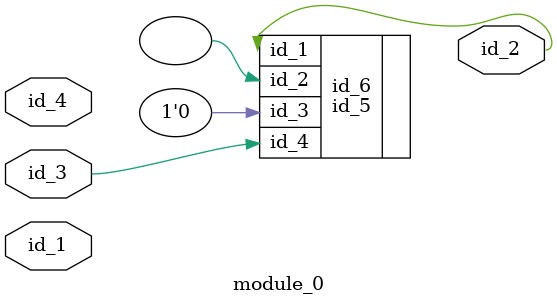
<source format=v>
module module_0 (
    id_1,
    id_2,
    id_3,
    id_4
);
  input id_4;
  input id_3;
  output id_2;
  input id_1;
  id_5 id_6 (
      .id_2(),
      .id_4(id_3),
      .id_1(id_4 !== id_3),
      .id_3(1'h0),
      .id_1(id_2)
  );
  assign id_4 = id_6 ? id_4 : id_3 ? id_4 : id_4;
  id_7 id_8 (
      .id_4(~id_3),
      .id_3(id_4),
      .id_4(id_4)
  );
endmodule

</source>
